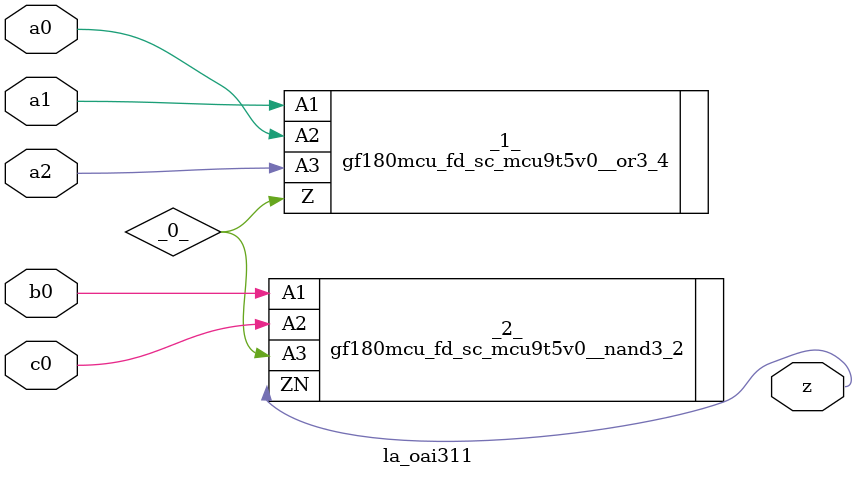
<source format=v>
/* Generated by Yosys 0.37 (git sha1 a5c7f69ed, clang 14.0.0-1ubuntu1.1 -fPIC -Os) */

module la_oai311(a0, a1, a2, b0, c0, z);
  wire _0_;
  input a0;
  wire a0;
  input a1;
  wire a1;
  input a2;
  wire a2;
  input b0;
  wire b0;
  input c0;
  wire c0;
  output z;
  wire z;
  gf180mcu_fd_sc_mcu9t5v0__or3_4 _1_ (
    .A1(a1),
    .A2(a0),
    .A3(a2),
    .Z(_0_)
  );
  gf180mcu_fd_sc_mcu9t5v0__nand3_2 _2_ (
    .A1(b0),
    .A2(c0),
    .A3(_0_),
    .ZN(z)
  );
endmodule

</source>
